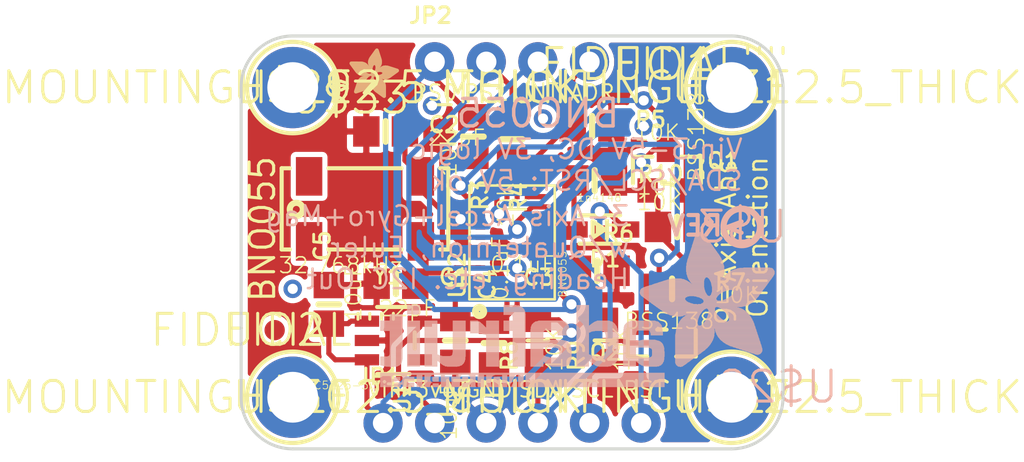
<source format=kicad_pcb>
(kicad_pcb (version 4) (host pcbnew 4.0.7-e1-6374~58~ubuntu17.04.1)
  (layers (0 Top signal) (31 Bottom signal) (34 B.Paste user) (35 F.Paste user) (36 B.SilkS user) (37 F.SilkS user) (38 B.Mask user) (39 F.Mask user) (44 Edge.Cuts user))
  (net 0 "")
  (net 1 PS1_3V)
  (net 2 PS0_3V)
  (net 3 NRESET_3V)
  (net 4 INT_3V)
  (net 5 GND)
  (net 6 I2CADDR_3V)
  (net 7 SDA_3V)
  (net 8 SCL_3V)
  (net 9 N$1)
  (net 10 N$2)
  (net 11 N$3)
  (net 12 5.0V)
  (net 13 SDA_5V)
  (net 14 SCL_5V)
  (net 15 3.3V)
  (net 16 RST_5V)
  (module BNO055 (layer Top) (at 140.335 91.44 90)
    (fp_text reference U$2 (at -2.84 -2.248 90) (layer F.SilkS) (effects (font (size 0.77216 0.77216) (thickness 0.138988)) (justify left bottom)))
    (fp_text value BNO055 (at -2.74 2.71 90) (layer F.SilkS) (effects (font (size 0.38608 0.38608) (thickness 0.038608)) (justify left bottom)))
    (pad 1 smd rect (at -2.25 -1.5625 90) (size 0.25 0.475) (layers Top F.Paste F.Mask))
    (pad 2 smd rect (at -2.3125 -0.75 90) (size 0.375 0.25) (layers Top F.Paste F.Mask) (net 5 GND))
    (pad 3 smd rect (at -2.3125 -0.25 90) (size 0.375 0.25) (layers Top F.Paste F.Mask) (net 15 3.3V))
    (pad 4 smd rect (at -2.3125 0.25 90) (size 0.375 0.25) (layers Top F.Paste F.Mask) (net 15 3.3V))
    (pad 5 smd rect (at -2.3125 0.75 90) (size 0.375 0.25) (layers Top F.Paste F.Mask) (net 1 PS1_3V))
    (pad 6 smd rect (at -2.25 1.5625 90) (size 0.25 0.475) (layers Top F.Paste F.Mask) (net 2 PS0_3V))
    (pad 7 smd rect (at -1.75 1.5625 90) (size 0.25 0.475) (layers Top F.Paste F.Mask))
    (pad 8 smd rect (at -1.25 1.5625 90) (size 0.25 0.475) (layers Top F.Paste F.Mask))
    (pad 9 smd rect (at -0.75 1.5625 90) (size 0.25 0.475) (layers Top F.Paste F.Mask) (net 11 N$3))
    (pad 10 smd rect (at -0.25 1.5625 90) (size 0.25 0.475) (layers Top F.Paste F.Mask) (net 5 GND))
    (pad 11 smd rect (at 0.25 1.5625 90) (size 0.25 0.475) (layers Top F.Paste F.Mask) (net 3 NRESET_3V))
    (pad 12 smd rect (at 0.75 1.5625 90) (size 0.25 0.475) (layers Top F.Paste F.Mask))
    (pad 13 smd rect (at 1.25 1.5625 90) (size 0.25 0.475) (layers Top F.Paste F.Mask))
    (pad 14 smd rect (at 1.75 1.5625 90) (size 0.25 0.475) (layers Top F.Paste F.Mask) (net 4 INT_3V))
    (pad 15 smd rect (at 2.25 1.5625 90) (size 0.25 0.475) (layers Top F.Paste F.Mask) (net 5 GND))
    (pad 16 smd rect (at 2.3125 0.75 90) (size 0.375 0.25) (layers Top F.Paste F.Mask) (net 5 GND))
    (pad 17 smd rect (at 2.3125 0.25 90) (size 0.375 0.25) (layers Top F.Paste F.Mask) (net 6 I2CADDR_3V))
    (pad 18 smd rect (at 2.3125 -0.25 90) (size 0.375 0.25) (layers Top F.Paste F.Mask) (net 5 GND))
    (pad 19 smd rect (at 2.3125 -0.75 90) (size 0.375 0.25) (layers Top F.Paste F.Mask) (net 8 SCL_3V))
    (pad 20 smd rect (at 2.25 -1.5625 90) (size 0.25 0.475) (layers Top F.Paste F.Mask) (net 7 SDA_3V))
    (pad 21 smd rect (at 1.75 -1.5625 90) (size 0.25 0.475) (layers Top F.Paste F.Mask))
    (pad 22 smd rect (at 1.25 -1.5625 90) (size 0.25 0.475) (layers Top F.Paste F.Mask))
    (pad 23 smd rect (at 0.75 -1.5625 90) (size 0.25 0.475) (layers Top F.Paste F.Mask))
    (pad 24 smd rect (at 0.25 -1.5625 90) (size 0.25 0.475) (layers Top F.Paste F.Mask))
    (pad 25 smd rect (at -0.25 -1.5625 90) (size 0.25 0.475) (layers Top F.Paste F.Mask) (net 5 GND))
    (pad 26 smd rect (at -0.75 -1.5625 90) (size 0.25 0.475) (layers Top F.Paste F.Mask) (net 10 N$2))
    (pad 27 smd rect (at -1.25 -1.5625 90) (size 0.25 0.475) (layers Top F.Paste F.Mask) (net 9 N$1))
    (pad 28 smd rect (at -1.75 -1.5625 90) (size 0.25 0.475) (layers Top F.Paste F.Mask) (net 15 3.3V))
  )
  (module 0805-NO (layer Top) (at 138.43 86.233 270)
    (fp_text reference R3 (at 2.032 0.127 450) (layer F.SilkS) (effects (font (size 0.77216 0.77216) (thickness 0.138988)) (justify right top)))
    (fp_text value 10K (at 2.032 0.762 450) (layer F.SilkS) (effects (font (size 0.77216 0.77216) (thickness 0.077216)) (justify left bottom)))
    (pad 1 smd rect (at -0.95 0 270) (size 1.3 1.5) (layers Top F.Paste F.Mask) (net 2 PS0_3V))
    (pad 2 smd rect (at 0.95 0 270) (size 1.3 1.5) (layers Top F.Paste F.Mask) (net 5 GND))
  )
  (module 0805-NO (layer Top) (at 140.335 86.36 270)
    (fp_text reference R4 (at 2.032 0.127 450) (layer F.SilkS) (effects (font (size 0.77216 0.77216) (thickness 0.138988)) (justify right top)))
    (fp_text value 10K (at 2.032 0.762 450) (layer F.SilkS) (effects (font (size 0.77216 0.77216) (thickness 0.077216)) (justify right top)))
    (pad 1 smd rect (at -0.95 0 270) (size 1.3 1.5) (layers Top F.Paste F.Mask) (net 1 PS1_3V))
    (pad 2 smd rect (at 0.95 0 270) (size 1.3 1.5) (layers Top F.Paste F.Mask) (net 5 GND))
  )
  (module 0805-NO (layer Top) (at 144.272 85.725)
    (fp_text reference R5 (at 2.032 0.127) (layer F.SilkS) (effects (font (size 0.77216 0.77216) (thickness 0.138988)) (justify left bottom)))
    (fp_text value 10K (at 2.032 0.762) (layer F.SilkS) (effects (font (size 0.77216 0.77216) (thickness 0.077216)) (justify left bottom)))
    (pad 1 smd rect (at -0.95 0) (size 1.3 1.5) (layers Top F.Paste F.Mask) (net 6 I2CADDR_3V))
    (pad 2 smd rect (at 0.95 0) (size 1.3 1.5) (layers Top F.Paste F.Mask) (net 5 GND))
  )
  (module 0805-NO (layer Top) (at 148.463 90.678 180)
    (fp_text reference R6 (at 2.032 0.127 360) (layer F.SilkS) (effects (font (size 0.77216 0.77216) (thickness 0.138988)) (justify right top)))
    (fp_text value 10K (at 2.032 0.762 360) (layer F.SilkS) (effects (font (size 0.77216 0.77216) (thickness 0.077216)) (justify left bottom)))
    (pad 1 smd rect (at -0.95 0 180) (size 1.3 1.5) (layers Top F.Paste F.Mask) (net 7 SDA_3V))
    (pad 2 smd rect (at 0.95 0 180) (size 1.3 1.5) (layers Top F.Paste F.Mask) (net 15 3.3V))
  )
  (module 0805-NO (layer Top) (at 148.209 93.726)
    (fp_text reference R7 (at 2.032 0.127) (layer F.SilkS) (effects (font (size 0.77216 0.77216) (thickness 0.138988)) (justify left bottom)))
    (fp_text value 10K (at 2.032 0.762) (layer F.SilkS) (effects (font (size 0.77216 0.77216) (thickness 0.077216)) (justify left bottom)))
    (pad 1 smd rect (at -0.95 0) (size 1.3 1.5) (layers Top F.Paste F.Mask) (net 8 SCL_3V))
    (pad 2 smd rect (at 0.95 0) (size 1.3 1.5) (layers Top F.Paste F.Mask) (net 15 3.3V))
  )
  (module CRYSTAL_8X3.8 (layer Top) (at 133.096 89.789 180)
    (fp_text reference Y1 (at -1.9 -2.854 360) (layer F.SilkS) (effects (font (size 0.77216 0.77216) (thickness 0.138988)) (justify right top)))
    (fp_text value 32.768kHz (at -1.9 -2.327 360) (layer F.SilkS) (effects (font (size 0.77216 0.77216) (thickness 0.077216)) (justify right top)))
    (pad P$1 smd rect (at -2.75 1.6 180) (size 1.3 1.9) (layers Top F.Paste F.Mask) (net 10 N$2))
    (pad P$2 smd rect (at 2.75 1.6 180) (size 1.3 1.9) (layers Top F.Paste F.Mask))
    (pad P$3 smd rect (at 2.75 -1.6 180) (size 1.3 1.9) (layers Top F.Paste F.Mask))
    (pad P$4 smd rect (at -2.75 -1.6 180) (size 1.3 1.9) (layers Top F.Paste F.Mask) (net 9 N$1))
  )
  (module 0805-NO (layer Top) (at 134.62 93.472)
    (fp_text reference C1 (at 2.032 0.127) (layer F.SilkS) (effects (font (size 0.77216 0.77216) (thickness 0.138988)) (justify left bottom)))
    (fp_text value 22pF (at 2.032 0.762) (layer F.SilkS) (effects (font (size 0.77216 0.77216) (thickness 0.077216)) (justify right top)))
    (pad 1 smd rect (at -0.95 0) (size 1.3 1.5) (layers Top F.Paste F.Mask) (net 5 GND))
    (pad 2 smd rect (at 0.95 0) (size 1.3 1.5) (layers Top F.Paste F.Mask) (net 9 N$1))
  )
  (module 0805-NO (layer Top) (at 134.112 85.979)
    (fp_text reference C2 (at 2.032 0.127) (layer F.SilkS) (effects (font (size 0.77216 0.77216) (thickness 0.138988)) (justify left bottom)))
    (fp_text value 22pF (at 2.032 0.762) (layer F.SilkS) (effects (font (size 0.77216 0.77216) (thickness 0.077216)) (justify left bottom)))
    (pad 1 smd rect (at -0.95 0) (size 1.3 1.5) (layers Top F.Paste F.Mask) (net 5 GND))
    (pad 2 smd rect (at 0.95 0) (size 1.3 1.5) (layers Top F.Paste F.Mask) (net 10 N$2))
  )
  (module 0805-NO (layer Top) (at 144.526 92.837 180)
    (fp_text reference C3 (at 2.032 0.127 360) (layer F.SilkS) (effects (font (size 0.77216 0.77216) (thickness 0.138988)) (justify right top)))
    (fp_text value 0.1uF (at 2.032 0.762 360) (layer F.SilkS) (effects (font (size 0.77216 0.77216) (thickness 0.077216)) (justify right top)))
    (pad 1 smd rect (at -0.95 0 180) (size 1.3 1.5) (layers Top F.Paste F.Mask) (net 5 GND))
    (pad 2 smd rect (at 0.95 0 180) (size 1.3 1.5) (layers Top F.Paste F.Mask) (net 11 N$3))
  )
  (module 0805_10MGAP (layer Top) (at 139.446 96.393 90)
    (fp_text reference C4 (at 2.032 0.127 90) (layer F.SilkS) (effects (font (size 0.77216 0.77216) (thickness 0.138988)) (justify left bottom)))
    (fp_text value 0.1uF (at 2.032 0.762 90) (layer F.SilkS) (effects (font (size 0.77216 0.77216) (thickness 0.077216)) (justify left bottom)))
    (pad 1 smd rect (at -1.05 0 90) (size 1.2 1.5) (layers Top F.Paste F.Mask) (net 5 GND))
    (pad 2 smd rect (at 1.05 0 90) (size 1.2 1.5) (layers Top F.Paste F.Mask) (net 15 3.3V))
  )
  (module FIDUCIAL_1MM (layer Top) (at 147.828 82.677)
    (fp_text reference FID1 (at 0 0) (layer F.SilkS))
    (fp_text value FIDUCIAL"" (at 0 0) (layer F.SilkS))
    (pad 1 smd circle (at 0 0) (size 1 1) (layers Top F.Paste F.Mask))
  )
  (module FIDUCIAL_1MM (layer Top) (at 128.651 95.758)
    (fp_text reference FID2 (at 0 0) (layer F.SilkS))
    (fp_text value FIDUCIAL"" (at 0 0) (layer F.SilkS))
    (pad 1 smd circle (at 0 0) (size 1 1) (layers Top F.Paste F.Mask))
  )
  (module SOT23-WIDE (layer Top) (at 147.955 87.884)
    (fp_text reference Q1 (at 1.905 0) (layer F.SilkS) (effects (font (size 0.77216 0.77216) (thickness 0.138988)) (justify left bottom)))
    (fp_text value BSS138 (at 1.905 0.635 90) (layer F.SilkS) (effects (font (size 0.77216 0.77216) (thickness 0.077216)) (justify left bottom)))
    (pad 3 smd rect (at 0 -1) (size 1 1.2) (layers Top F.Paste F.Mask) (net 13 SDA_5V))
    (pad 2 smd rect (at 0.95 1) (size 1 1.2) (layers Top F.Paste F.Mask) (net 7 SDA_3V))
    (pad 1 smd rect (at -0.95 1) (size 1 1.2) (layers Top F.Paste F.Mask) (net 15 3.3V))
  )
  (module SOT23-WIDE (layer Top) (at 147.701 96.393 180)
    (fp_text reference Q2 (at 1.905 0 360) (layer F.SilkS) (effects (font (size 0.77216 0.77216) (thickness 0.138988)) (justify right top)))
    (fp_text value BSS138 (at 1.905 0.635 360) (layer F.SilkS) (effects (font (size 0.77216 0.77216) (thickness 0.077216)) (justify left bottom)))
    (pad 3 smd rect (at 0 -1 180) (size 1 1.2) (layers Top F.Paste F.Mask) (net 14 SCL_5V))
    (pad 2 smd rect (at 0.95 1 180) (size 1 1.2) (layers Top F.Paste F.Mask) (net 8 SCL_3V))
    (pad 1 smd rect (at -0.95 1 180) (size 1 1.2) (layers Top F.Paste F.Mask) (net 15 3.3V))
  )
  (module _0805MP (layer Top) (at 141.605 96.266 90)
    (fp_text reference R8 (at -1.5875 -0.9525 90) (layer F.SilkS) (effects (font (size 0.77216 0.77216) (thickness 0.138988)) (justify left bottom)))
    (fp_text value 10K (at -1.5875 1.27 90) (layer F.SilkS) (effects (font (size 0.77216 0.77216) (thickness 0.077216)) (justify left bottom)))
    (pad 1 smd rect (at -1.016 0 90) (size 1.2 1.3) (layers Top F.Paste F.Mask) (net 13 SDA_5V))
    (pad 2 smd rect (at 1.016 0 90) (size 1.2 1.3) (layers Top F.Paste F.Mask) (net 12 5.0V))
  )
  (module _0805MP (layer Top) (at 144.907 96.266 90)
    (fp_text reference R9 (at -1.5875 -0.9525 90) (layer F.SilkS) (effects (font (size 0.77216 0.77216) (thickness 0.138988)) (justify left bottom)))
    (fp_text value 10K (at -1.5875 1.27 90) (layer F.SilkS) (effects (font (size 0.77216 0.77216) (thickness 0.077216)) (justify left bottom)))
    (pad 1 smd rect (at -1.016 0 90) (size 1.2 1.3) (layers Top F.Paste F.Mask) (net 14 SCL_5V))
    (pad 2 smd rect (at 1.016 0 90) (size 1.2 1.3) (layers Top F.Paste F.Mask) (net 12 5.0V))
  )
  (module SOT23-5 (layer Top) (at 134.493 96.266 270)
    (fp_text reference U1 (at 1.978 0 450) (layer F.SilkS) (effects (font (size 0.77216 0.77216) (thickness 0.138988)) (justify right top)))
    (fp_text value MIC5225-3.3 (at 1.978 0.635 360) (layer F.SilkS) (effects (font (size 0.38608 0.38608) (thickness 0.038608)) (justify right top)))
    (pad 1 smd rect (at -0.95 1.3001 270) (size 0.55 1.2) (layers Top F.Paste F.Mask) (net 12 5.0V))
    (pad 2 smd rect (at 0 1.3001 270) (size 0.55 1.2) (layers Top F.Paste F.Mask) (net 5 GND))
    (pad 3 smd rect (at 0.95 1.3001 270) (size 0.55 1.2) (layers Top F.Paste F.Mask) (net 12 5.0V))
    (pad 4 smd rect (at 0.95 -1.3001 270) (size 0.55 1.2) (layers Top F.Paste F.Mask))
    (pad 5 smd rect (at -0.95 -1.3001 270) (size 0.55 1.2) (layers Top F.Paste F.Mask) (net 15 3.3V))
  )
  (module 0805-NO (layer Top) (at 131.318 94.488 90)
    (fp_text reference C5 (at 2.032 0.127 90) (layer F.SilkS) (effects (font (size 0.77216 0.77216) (thickness 0.138988)) (justify left bottom)))
    (fp_text value 10uF (at 2.032 0.762 90) (layer F.SilkS) (effects (font (size 0.77216 0.77216) (thickness 0.077216)) (justify right top)))
    (pad 1 smd rect (at -0.95 0 90) (size 1.3 1.5) (layers Top F.Paste F.Mask) (net 12 5.0V))
    (pad 2 smd rect (at 0.95 0 90) (size 1.3 1.5) (layers Top F.Paste F.Mask) (net 5 GND))
  )
  (module 0805_10MGAP (layer Top) (at 137.541 96.266 270)
    (fp_text reference C6 (at 2.032 0.127 450) (layer F.SilkS) (effects (font (size 0.77216 0.77216) (thickness 0.138988)) (justify right top)))
    (fp_text value 10uF (at 2.032 0.762 450) (layer F.SilkS) (effects (font (size 0.77216 0.77216) (thickness 0.077216)) (justify right top)))
    (pad 1 smd rect (at -1.05 0 270) (size 1.2 1.5) (layers Top F.Paste F.Mask) (net 15 3.3V))
    (pad 2 smd rect (at 1.05 0 270) (size 1.2 1.5) (layers Top F.Paste F.Mask) (net 5 GND))
  )
  (module 0805-NO (layer Top) (at 144.399 88.392)
    (fp_text reference R10 (at 2.032 0.127) (layer F.SilkS) (effects (font (size 0.77216 0.77216) (thickness 0.138988)) (justify left bottom)))
    (fp_text value 10K (at 2.032 0.762) (layer F.SilkS) (effects (font (size 0.77216 0.77216) (thickness 0.077216)) (justify left bottom)))
    (pad 1 smd rect (at -0.95 0) (size 1.3 1.5) (layers Top F.Paste F.Mask) (net 3 NRESET_3V))
    (pad 2 smd rect (at 0.95 0) (size 1.3 1.5) (layers Top F.Paste F.Mask) (net 15 3.3V))
  )
  (module MOUNTINGHOLE_2.5_PLATED_THICK (layer Top) (at 129.54 83.82)
    (fp_text reference U$29 (at 0 0) (layer F.SilkS))
    (fp_text value MOUNTINGHOLE2.5_THICK (at 0 0) (layer F.SilkS))
    (pad P$1 thru_hole circle (at 0 0) (size 4 4) (drill 2.5) (layers *.Cu *.Mask))
  )
  (module MOUNTINGHOLE_2.5_PLATED_THICK (layer Top) (at 129.54 99.06)
    (fp_text reference U$30 (at 0 0) (layer F.SilkS))
    (fp_text value MOUNTINGHOLE2.5_THICK (at 0 0) (layer F.SilkS))
    (pad P$1 thru_hole circle (at 0 0) (size 4 4) (drill 2.5) (layers *.Cu *.Mask))
  )
  (module 1X06_ROUND_76 (layer Top) (at 140.335 100.33)
    (fp_text reference JP1 (at -7.6962 -1.8288) (layer F.SilkS) (effects (font (size 0.77216 0.77216) (thickness 0.146304)) (justify left bottom)))
    (fp_text value "" (at -7.62 1.905) (layer F.SilkS) (effects (font (size 0.38608 0.38608) (thickness 0.038608)) (justify left bottom)))
    (pad 1 thru_hole circle (at -6.35 0 90) (size 1.9304 1.9304) (drill 1) (layers *.Cu *.Mask) (net 12 5.0V))
    (pad 2 thru_hole circle (at -3.81 0 90) (size 1.9304 1.9304) (drill 1) (layers *.Cu *.Mask) (net 15 3.3V))
    (pad 3 thru_hole circle (at -1.27 0 90) (size 1.9304 1.9304) (drill 1) (layers *.Cu *.Mask) (net 5 GND))
    (pad 4 thru_hole circle (at 1.27 0 90) (size 1.9304 1.9304) (drill 1) (layers *.Cu *.Mask) (net 13 SDA_5V))
    (pad 5 thru_hole circle (at 3.81 0 90) (size 1.9304 1.9304) (drill 1) (layers *.Cu *.Mask) (net 14 SCL_5V))
    (pad 6 thru_hole circle (at 6.35 0 90) (size 1.9304 1.9304) (drill 1) (layers *.Cu *.Mask) (net 16 RST_5V))
  )
  (module 1X04_ROUND_76 (layer Top) (at 140.335 82.55)
    (fp_text reference JP2 (at -5.1562 -1.8288) (layer F.SilkS) (effects (font (size 0.77216 0.77216) (thickness 0.146304)) (justify left bottom)))
    (fp_text value "" (at -5.08 3.175) (layer F.SilkS) (effects (font (size 0.38608 0.38608) (thickness 0.038608)) (justify left bottom)))
    (pad 1 thru_hole circle (at -3.81 0 90) (size 1.9304 1.9304) (drill 1) (layers *.Cu *.Mask) (net 2 PS0_3V))
    (pad 2 thru_hole circle (at -1.27 0 90) (size 1.9304 1.9304) (drill 1) (layers *.Cu *.Mask) (net 1 PS1_3V))
    (pad 3 thru_hole circle (at 1.27 0 90) (size 1.9304 1.9304) (drill 1) (layers *.Cu *.Mask) (net 4 INT_3V))
    (pad 4 thru_hole circle (at 3.81 0 90) (size 1.9304 1.9304) (drill 1) (layers *.Cu *.Mask) (net 6 I2CADDR_3V))
  )
  (module MOUNTINGHOLE_2.5_PLATED_THICK (layer Top) (at 151.13 83.82)
    (fp_text reference U$31 (at 0 0) (layer F.SilkS))
    (fp_text value MOUNTINGHOLE2.5_THICK (at 0 0) (layer F.SilkS))
    (pad P$1 thru_hole circle (at 0 0) (size 4 4) (drill 2.5) (layers *.Cu *.Mask))
  )
  (module MOUNTINGHOLE_2.5_PLATED_THICK (layer Top) (at 151.13 99.06)
    (fp_text reference U$32 (at 0 0) (layer F.SilkS))
    (fp_text value MOUNTINGHOLE2.5_THICK (at 0 0) (layer F.SilkS))
    (pad P$1 thru_hole circle (at 0 0) (size 4 4) (drill 2.5) (layers *.Cu *.Mask))
  )
  (module SOD-323 (layer Top) (at 144.653 90.805 180)
    (fp_text reference D1 (at -1.1 -1 360) (layer F.SilkS) (effects (font (size 0.77216 0.77216) (thickness 0.138988)) (justify right top)))
    (fp_text value 1n4148 (at -1.1 1.792 360) (layer F.SilkS) (effects (font (size 0.38608 0.38608) (thickness 0.038608)) (justify right top)))
    (pad C smd rect (at -1.27 0 180) (size 1.35 0.8) (layers Top F.Paste F.Mask) (net 16 RST_5V))
    (pad A smd rect (at 1.27 0 180) (size 1.35 0.8) (layers Top F.Paste F.Mask) (net 3 NRESET_3V))
  )
  (module PCBFEAT-REV-040 (layer Bottom) (at 151.638 90.678 180)
    (fp_text reference U$3 (at 0 0 180) (layer B.SilkS) (effects (justify mirror)))
    (fp_text value "" (at 0 0 180) (layer B.SilkS) (effects (justify mirror)))
    (fp_text user >REV (at -0.3556 -0.508 180) (layer B.SilkS) (effects (font (size 0.9652 0.9652) (thickness 0.2032)) (justify left bottom mirror)))
  )
  (module ADAFRUIT_TEXT_20MM (layer Bottom) (at 153.416 98.552 180)
    (fp_text reference U$28 (at 0 0 180) (layer B.SilkS) (effects (justify mirror)))
    (fp_text value "" (at 0 0 180) (layer B.SilkS) (effects (justify mirror)))
  )
  (module ADAFRUIT_2.5MM (layer Top) (at 132.334 84.328)
    (fp_text reference U$33 (at 0 0) (layer F.SilkS))
    (fp_text value "" (at 0 0) (layer F.SilkS))
  )
  (gr_line (start 129.54 81.28) (end 151.13 81.28) (layer Edge.Cuts) (width 0.15))
  (gr_arc (start 151.13 83.82) (end 151.13 81.28) (angle 90) (layer Edge.Cuts) (width 0.15))
  (gr_line (start 153.67 83.82) (end 153.67 99.06) (layer Edge.Cuts) (width 0.15))
  (gr_arc (start 151.13 99.06) (end 153.67 99.06) (angle 90) (layer Edge.Cuts) (width 0.15))
  (gr_line (start 151.13 101.6) (end 129.54 101.6) (layer Edge.Cuts) (width 0.15))
  (gr_arc (start 129.54 99.06) (end 129.54 101.6) (angle 90) (layer Edge.Cuts) (width 0.15))
  (gr_line (start 127 99.06) (end 127 83.82) (layer Edge.Cuts) (width 0.15))
  (gr_arc (start 129.54 83.82) (end 127 83.82) (angle 90) (layer Edge.Cuts) (width 0.15))
  (gr_text BNO055 (at 128.05 90.783 90) (layer F.SilkS) (effects (font (size 1.2065 1.2065) (thickness 0.1524))))
  (gr_text Vin (at 134.074 98.679) (layer F.SilkS) (effects (font (size 0.77216 0.77216) (thickness 0.097536))))
  (gr_text GND (at 139.187 98.679) (layer F.SilkS) (effects (font (size 0.77216 0.77216) (thickness 0.097536))))
  (gr_text SDA (at 141.727 98.679) (layer F.SilkS) (effects (font (size 0.77216 0.77216) (thickness 0.097536))))
  (gr_text SCL (at 144.267 98.679) (layer F.SilkS) (effects (font (size 0.77216 0.77216) (thickness 0.097536))))
  (gr_text INT (at 141.758 84.026) (layer F.SilkS) (effects (font (size 0.77216 0.77216) (thickness 0.097536))))
  (gr_text RST (at 146.847 98.679) (layer F.SilkS) (effects (font (size 0.77216 0.77216) (thickness 0.097536))))
  (gr_text PS0 (at 136.52 84.074) (layer F.SilkS) (effects (font (size 0.77216 0.77216) (thickness 0.097536))))
  (gr_text PS1 (at 139.06 84.074) (layer F.SilkS) (effects (font (size 0.77216 0.77216) (thickness 0.097536))))
  (gr_text 3vo (at 136.547 98.679) (layer F.SilkS) (effects (font (size 0.77216 0.77216) (thickness 0.097536))))
  (gr_text ADR (at 144.281 84.074) (layer F.SilkS) (effects (font (size 0.77216 0.77216) (thickness 0.097536))))
  (gr_text "9-Axis Abs.\nOrientation" (at 151.638 91.186 90) (layer F.SilkS) (effects (font (size 0.9652 0.9652) (thickness 0.12192))))
  (gr_text BNO055 (at 141.605 85.09) (layer B.SilkS) (effects (font (size 1.35128 1.35128) (thickness 0.170688)) (justify mirror)))
  (gr_text "Vin:3-5V DC, 3V logic\nSDA/SCL/RST: 5V ok" (at 151.765 87.63) (layer B.SilkS) (effects (font (size 0.9652 0.9652) (thickness 0.12192)) (justify left mirror)))
  (gr_text "3-Axis Accel+Gyro+Mag\nw/Quaternion, Euler\nHeading, etc. I2C Out" (at 146.177 91.694) (layer B.SilkS) (effects (font (size 0.9652 0.9652) (thickness 0.12192)) (justify left mirror)))
  (via (at 129.54 93.726) (size 0.9064) (drill 0.5) (layers Top Bottom) (net 0))
  (via (at 136.398 84.709) (size 0.9064) (drill 0.5) (layers Top Bottom) (net 0))
  (via (at 146.812 85.725) (size 0.9064) (drill 0.5) (layers Top Bottom) (net 0))
  (via (at 141.859 85.344) (size 0.9064) (drill 0.5) (layers Top Bottom) (net 0))
  (segment (start 142.367 87.503) (end 142.748 87.122) (width 0.254) (layer Top) (net 0))
  (segment (start 139.065 82.55) (end 140.335 83.82) (width 0.254) (layer Top) (net 1))
  (segment (start 140.335 83.82) (end 140.335 85.41) (width 0.254) (layer Top) (net 1))
  (segment (start 141.085 93.7525) (end 141.085 93.079) (width 0.254) (layer Top) (net 1))
  (segment (start 141.085 93.079) (end 140.716 92.71) (width 0.254) (layer Top) (net 1))
  (segment (start 140.716 92.71) (end 140.589 92.71) (width 0.254) (layer Top) (net 1))
  (via (at 140.589 92.71) (size 0.9064) (drill 0.5) (layers Top Bottom) (net 1))
  (segment (start 140.589 92.71) (end 136.144 92.71) (width 0.254) (layer Bottom) (net 1))
  (segment (start 136.144 92.71) (end 135.255 91.821) (width 0.254) (layer Bottom) (net 1))
  (segment (start 135.255 91.821) (end 135.255 87.249) (width 0.254) (layer Bottom) (net 1))
  (segment (start 135.255 87.249) (end 139.065 83.439) (width 0.254) (layer Bottom) (net 1))
  (segment (start 139.065 83.439) (end 139.065 82.55) (width 0.254) (layer Bottom) (net 1))
  (segment (start 136.525 82.55) (end 136.525 83.378) (width 0.254) (layer Top) (net 2))
  (segment (start 136.525 83.378) (end 138.43 85.283) (width 0.254) (layer Top) (net 2))
  (segment (start 141.8975 93.69) (end 142.458 93.69) (width 0.254) (layer Top) (net 2))
  (via (at 143.256 94.488) (size 0.9064) (drill 0.5) (layers Top Bottom) (net 2))
  (segment (start 136.525 82.55) (end 136.525 82.677) (width 0.254) (layer Bottom) (net 2))
  (segment (start 136.525 82.677) (end 134.112 85.09) (width 0.254) (layer Bottom) (net 2))
  (segment (start 134.112 85.09) (end 134.112 92.329) (width 0.254) (layer Bottom) (net 2))
  (segment (start 134.112 92.329) (end 136.525 94.742) (width 0.254) (layer Bottom) (net 2))
  (segment (start 136.525 94.742) (end 143.002 94.742) (width 0.254) (layer Bottom) (net 2))
  (segment (start 143.002 94.742) (end 143.256 94.488) (width 0.254) (layer Bottom) (net 2))
  (segment (start 142.458 93.69) (end 143.256 94.488) (width 0.254) (layer Top) (net 2))
  (segment (start 141.8975 91.19) (end 143.252 91.19) (width 0.254) (layer Top) (net 3))
  (segment (start 143.252 91.19) (end 143.383 91.059) (width 0.254) (layer Top) (net 3))
  (segment (start 143.383 91.059) (end 143.383 90.805) (width 0.254) (layer Top) (net 3))
  (segment (start 143.449 88.392) (end 143.383 88.326) (width 0.254) (layer Top) (net 3))
  (segment (start 143.383 88.326) (end 143.383 90.805) (width 0.254) (layer Top) (net 3))
  (segment (start 141.8975 89.69) (end 141.323 89.69) (width 0.254) (layer Top) (net 4))
  (segment (start 141.323 89.69) (end 140.589 90.424) (width 0.254) (layer Top) (net 4))
  (segment (start 140.589 90.424) (end 140.589 90.805) (width 0.254) (layer Top) (net 4))
  (via (at 140.589 90.805) (size 0.9064) (drill 0.5) (layers Top Bottom) (net 4))
  (segment (start 136.525 91.186) (end 140.208 91.186) (width 0.254) (layer Bottom) (net 4))
  (segment (start 140.208 91.186) (end 140.589 90.805) (width 0.254) (layer Bottom) (net 4))
  (segment (start 136.271 87.63) (end 141.351 82.55) (width 0.254) (layer Bottom) (net 4))
  (segment (start 141.351 82.55) (end 141.605 82.55) (width 0.254) (layer Bottom) (net 4))
  (segment (start 136.525 91.186) (end 136.271 90.932) (width 0.254) (layer Bottom) (net 4))
  (segment (start 136.271 90.932) (end 136.271 87.63) (width 0.254) (layer Bottom) (net 4))
  (segment (start 139.585 93.7525) (end 139.585 92.087) (width 0.254) (layer Top) (net 5))
  (segment (start 139.585 92.087) (end 139.2555 91.7575) (width 0.254) (layer Top) (net 5))
  (segment (start 139.2555 91.7575) (end 139.188 91.69) (width 0.254) (layer Top) (net 5))
  (segment (start 139.188 91.69) (end 138.7725 91.69) (width 0.254) (layer Top) (net 5))
  (segment (start 140.085 89.1275) (end 140.085 87.56) (width 0.254) (layer Top) (net 5))
  (segment (start 140.085 87.56) (end 140.335 87.31) (width 0.254) (layer Top) (net 5))
  (segment (start 141.085 89.1275) (end 141.1475 89.19) (width 0.254) (layer Top) (net 5))
  (segment (start 141.1475 89.19) (end 141.8975 89.19) (width 0.254) (layer Top) (net 5))
  (segment (start 138.7725 91.69) (end 138.299 91.69) (width 0.254) (layer Top) (net 5))
  (segment (start 138.299 91.69) (end 138.049 91.44) (width 0.254) (layer Top) (net 5))
  (segment (start 138.049 91.44) (end 138.049 90.424) (width 0.254) (layer Top) (net 5))
  (via (at 137.795 90.297) (size 0.9064) (drill 0.5) (layers Top Bottom) (net 5))
  (segment (start 137.922 90.043) (end 137.795 89.916) (width 0.254) (layer Bottom) (net 5))
  (segment (start 141.8975 91.69) (end 145.538 91.69) (width 0.254) (layer Top) (net 5))
  (segment (start 145.538 91.69) (end 145.542 91.694) (width 0.254) (layer Top) (net 5))
  (segment (start 145.542 91.694) (end 145.542 92.771) (width 0.254) (layer Top) (net 5))
  (segment (start 145.542 92.771) (end 145.476 92.837) (width 0.254) (layer Top) (net 5))
  (segment (start 141.8975 91.69) (end 139.323 91.69) (width 0.254) (layer Top) (net 5))
  (segment (start 139.323 91.69) (end 139.2555 91.7575) (width 0.254) (layer Top) (net 5))
  (segment (start 144.907 85.725) (end 145.222 85.725) (width 0.254) (layer Top) (net 5))
  (segment (start 141.224 88.392) (end 140.716 88.392) (width 0.254) (layer Top) (net 6))
  (segment (start 140.716 88.392) (end 140.585 88.523) (width 0.254) (layer Top) (net 6))
  (segment (start 140.585 88.523) (end 140.585 89.1275) (width 0.254) (layer Top) (net 6))
  (segment (start 141.224 88.392) (end 141.605 88.011) (width 0.254) (layer Top) (net 6))
  (segment (start 141.605 88.011) (end 141.605 87.188) (width 0.254) (layer Top) (net 6))
  (segment (start 143.322 85.725) (end 143.322 83.373) (width 0.254) (layer Top) (net 6))
  (segment (start 143.322 83.373) (end 144.145 82.55) (width 0.254) (layer Top) (net 6))
  (segment (start 141.605 87.188) (end 143.068 85.725) (width 0.254) (layer Top) (net 6))
  (segment (start 143.068 85.725) (end 143.322 85.725) (width 0.254) (layer Top) (net 6))
  (segment (start 138.7725 89.19) (end 138.085 89.19) (width 0.254) (layer Top) (net 7))
  (segment (start 138.085 89.19) (end 137.795 88.9) (width 0.254) (layer Top) (net 7))
  (segment (start 137.795 88.9) (end 137.795 88.646) (width 0.254) (layer Top) (net 7))
  (via (at 137.795 88.646) (size 0.9064) (drill 0.5) (layers Top Bottom) (net 7))
  (via (at 146.812 84.455) (size 0.9064) (drill 0.5) (layers Top Bottom) (net 7))
  (segment (start 139.7 86.741) (end 137.795 88.646) (width 0.254) (layer Bottom) (net 7))
  (segment (start 139.7 86.741) (end 142.748 86.741) (width 0.254) (layer Bottom) (net 7))
  (segment (start 142.748 86.741) (end 145.034 84.455) (width 0.254) (layer Bottom) (net 7))
  (segment (start 145.034 84.455) (end 146.812 84.455) (width 0.254) (layer Bottom) (net 7))
  (segment (start 149.413 90.678) (end 148.905 90.17) (width 0.254) (layer Top) (net 7))
  (segment (start 148.905 90.17) (end 148.905 88.884) (width 0.254) (layer Top) (net 7))
  (segment (start 148.905 88.884) (end 148.905 85.913) (width 0.254) (layer Top) (net 7))
  (segment (start 148.905 85.913) (end 148.336 85.344) (width 0.254) (layer Top) (net 7))
  (segment (start 148.336 85.344) (end 147.701 85.344) (width 0.254) (layer Top) (net 7))
  (segment (start 147.701 85.344) (end 146.812 84.455) (width 0.254) (layer Top) (net 7))
  (segment (start 139.585 89.1275) (end 139.585 89.928) (width 0.254) (layer Top) (net 8))
  (segment (start 139.585 89.928) (end 139.7 90.043) (width 0.254) (layer Top) (net 8))
  (via (at 139.7 90.043) (size 0.9064) (drill 0.5) (layers Top Bottom) (net 8))
  (segment (start 139.7 90.043) (end 139.7 89.789) (width 0.254) (layer Bottom) (net 8))
  (segment (start 139.7 89.789) (end 139.954 89.535) (width 0.254) (layer Bottom) (net 8))
  (segment (start 139.954 89.535) (end 141.732 89.535) (width 0.254) (layer Bottom) (net 8))
  (segment (start 141.732 89.535) (end 144.653 86.614) (width 0.254) (layer Bottom) (net 8))
  (segment (start 144.653 86.614) (end 148.336 86.614) (width 0.254) (layer Bottom) (net 8))
  (segment (start 148.336 86.614) (end 148.463 86.741) (width 0.254) (layer Bottom) (net 8))
  (segment (start 148.463 86.741) (end 148.463 91.821) (width 0.254) (layer Bottom) (net 8))
  (segment (start 148.463 91.821) (end 148.082 92.202) (width 0.254) (layer Bottom) (net 8))
  (segment (start 148.082 92.202) (end 147.574 92.202) (width 0.254) (layer Bottom) (net 8))
  (via (at 147.574 92.202) (size 0.9064) (drill 0.5) (layers Top Bottom) (net 8))
  (segment (start 147.574 92.202) (end 147.574 93.66) (width 0.254) (layer Top) (net 8))
  (segment (start 147.574 93.66) (end 147.508 93.726) (width 0.254) (layer Top) (net 8))
  (segment (start 147.508 93.726) (end 147.259 93.726) (width 0.254) (layer Top) (net 8))
  (segment (start 147.259 93.726) (end 146.751 94.234) (width 0.254) (layer Top) (net 8))
  (segment (start 146.751 94.234) (end 146.751 95.393) (width 0.254) (layer Top) (net 8))
  (segment (start 138.7725 92.69) (end 137.528 92.69) (width 0.254) (layer Top) (net 9))
  (segment (start 136.1 92.942) (end 135.57 93.472) (width 0.254) (layer Top) (net 9))
  (segment (start 137.528 92.69) (end 137.276 92.942) (width 0.254) (layer Top) (net 9))
  (segment (start 137.276 92.942) (end 136.1 92.942) (width 0.254) (layer Top) (net 9))
  (segment (start 135.846 91.389) (end 136.1 91.643) (width 0.254) (layer Top) (net 9))
  (segment (start 136.1 91.643) (end 136.1 92.942) (width 0.254) (layer Top) (net 9))
  (segment (start 138.7725 92.19) (end 137.783 92.19) (width 0.254) (layer Top) (net 10))
  (segment (start 137.783 92.19) (end 136.906 91.313) (width 0.254) (layer Top) (net 10))
  (segment (start 136.906 91.313) (end 136.906 89.916) (width 0.254) (layer Top) (net 10))
  (segment (start 136.906 89.916) (end 135.846 88.856) (width 0.254) (layer Top) (net 10))
  (segment (start 135.062 87.405) (end 135.062 85.979) (width 0.254) (layer Top) (net 10))
  (segment (start 135.062 87.405) (end 135.846 88.189) (width 0.254) (layer Top) (net 10))
  (segment (start 135.846 88.856) (end 135.846 88.189) (width 0.254) (layer Top) (net 10))
  (segment (start 141.8975 92.19) (end 142.929 92.19) (width 0.254) (layer Top) (net 11))
  (segment (start 142.929 92.19) (end 143.576 92.837) (width 0.254) (layer Top) (net 11))
  (segment (start 133.985 100.33) (end 133.1929 99.5379) (width 0.254) (layer Top) (net 12))
  (segment (start 133.1929 99.5379) (end 133.1929 97.216) (width 0.254) (layer Top) (net 12))
  (segment (start 133.1929 95.316) (end 132.395 95.316) (width 0.254) (layer Top) (net 12))
  (via (at 143.256 95.885) (size 0.9064) (drill 0.5) (layers Top Bottom) (net 12))
  (segment (start 143.256 95.885) (end 140.97 98.171) (width 0.254) (layer Bottom) (net 12))
  (segment (start 140.97 98.171) (end 135.128 98.171) (width 0.254) (layer Bottom) (net 12))
  (segment (start 135.128 98.171) (end 133.985 99.314) (width 0.254) (layer Bottom) (net 12))
  (segment (start 133.985 99.314) (end 133.985 100.33) (width 0.254) (layer Bottom) (net 12))
  (segment (start 133.1929 97.216) (end 131.633 97.216) (width 0.254) (layer Top) (net 12))
  (segment (start 131.633 97.216) (end 131.318 96.901) (width 0.254) (layer Top) (net 12))
  (segment (start 131.318 96.901) (end 131.318 95.438) (width 0.254) (layer Top) (net 12))
  (segment (start 141.605 95.25) (end 142.621 95.25) (width 0.254) (layer Top) (net 12))
  (segment (start 142.621 95.25) (end 143.256 95.885) (width 0.254) (layer Top) (net 12))
  (segment (start 144.907 95.25) (end 143.891 95.25) (width 0.254) (layer Top) (net 12))
  (segment (start 143.891 95.25) (end 143.256 95.885) (width 0.254) (layer Top) (net 12))
  (segment (start 132.395 95.316) (end 132.273 95.438) (width 0.254) (layer Top) (net 12))
  (segment (start 132.273 95.438) (end 131.318 95.438) (width 0.254) (layer Top) (net 12))
  (segment (start 141.605 97.282) (end 141.605 100.33) (width 0.254) (layer Top) (net 13))
  (segment (start 141.605 100.33) (end 145.161 96.774) (width 0.254) (layer Bottom) (net 13))
  (segment (start 145.161 96.774) (end 145.161 93.599) (width 0.254) (layer Bottom) (net 13))
  (segment (start 145.161 93.599) (end 143.383 91.821) (width 0.254) (layer Bottom) (net 13))
  (via (at 146.685 87.503) (size 0.9064) (drill 0.5) (layers Top Bottom) (net 13))
  (segment (start 146.685 87.503) (end 147.304 86.884) (width 0.254) (layer Top) (net 13))
  (segment (start 147.304 86.884) (end 147.955 86.884) (width 0.254) (layer Top) (net 13))
  (segment (start 145.669 88.519) (end 146.685 87.503) (width 0.254) (layer Bottom) (net 13))
  (segment (start 143.383 91.821) (end 143.383 89.789) (width 0.254) (layer Bottom) (net 13))
  (segment (start 143.383 89.789) (end 144.653 88.519) (width 0.254) (layer Bottom) (net 13))
  (segment (start 144.653 88.519) (end 145.669 88.519) (width 0.254) (layer Bottom) (net 13))
  (segment (start 144.145 100.33) (end 144.145 97.978) (width 0.254) (layer Top) (net 14))
  (segment (start 144.145 97.978) (end 144.841 97.282) (width 0.254) (layer Top) (net 14))
  (segment (start 144.841 97.282) (end 144.907 97.282) (width 0.254) (layer Top) (net 14))
  (segment (start 144.907 97.282) (end 145.018 97.393) (width 0.254) (layer Top) (net 14))
  (segment (start 145.018 97.393) (end 147.701 97.393) (width 0.254) (layer Top) (net 14))
  (segment (start 140.085 93.7525) (end 140.085 95.054) (width 0.254) (layer Top) (net 15))
  (segment (start 140.585 93.7525) (end 140.585 94.554) (width 0.254) (layer Top) (net 15))
  (segment (start 138.7725 93.19) (end 137.95 93.19) (width 0.254) (layer Top) (net 15))
  (segment (start 137.95 93.19) (end 137.541 93.599) (width 0.254) (layer Top) (net 15))
  (segment (start 137.541 93.599) (end 137.541 95.216) (width 0.254) (layer Top) (net 15))
  (segment (start 149.032 93.853) (end 149.159 93.726) (width 0.254) (layer Top) (net 15))
  (segment (start 136.525 100.33) (end 136.525 99.822) (width 0.254) (layer Top) (net 15))
  (segment (start 136.525 99.822) (end 134.747 98.044) (width 0.254) (layer Top) (net 15))
  (segment (start 134.747 98.044) (end 134.747 96.647) (width 0.254) (layer Top) (net 15))
  (segment (start 134.747 96.647) (end 135.128 96.266) (width 0.254) (layer Top) (net 15))
  (segment (start 135.128 96.266) (end 135.7931 95.6009) (width 0.254) (layer Top) (net 15))
  (segment (start 135.7931 95.6009) (end 135.7931 95.316) (width 0.254) (layer Top) (net 15))
  (segment (start 135.128 96.266) (end 142.367 96.266) (width 0.254) (layer Top) (net 15))
  (segment (start 142.367 96.266) (end 142.875 96.774) (width 0.254) (layer Top) (net 15))
  (segment (start 142.875 96.774) (end 143.637 96.774) (width 0.254) (layer Top) (net 15))
  (segment (start 143.637 96.774) (end 144.145 96.266) (width 0.254) (layer Top) (net 15))
  (segment (start 144.145 96.266) (end 145.796 96.266) (width 0.254) (layer Top) (net 15))
  (segment (start 145.349 88.392) (end 145.841 88.884) (width 0.254) (layer Top) (net 15))
  (segment (start 145.841 88.884) (end 147.005 88.884) (width 0.254) (layer Top) (net 15))
  (segment (start 147.005 88.884) (end 147.513 89.392) (width 0.254) (layer Top) (net 15))
  (segment (start 147.513 89.392) (end 147.513 90.678) (width 0.254) (layer Top) (net 15))
  (segment (start 135.7931 95.316) (end 137.441 95.316) (width 0.254) (layer Top) (net 15))
  (segment (start 137.441 95.316) (end 137.541 95.216) (width 0.254) (layer Top) (net 15))
  (segment (start 137.541 95.216) (end 139.319 95.216) (width 0.254) (layer Top) (net 15))
  (segment (start 139.319 95.216) (end 139.446 95.343) (width 0.254) (layer Top) (net 15))
  (segment (start 140.085 95.054) (end 140.585 94.554) (width 0.254) (layer Top) (net 15))
  (segment (start 140.085 95.054) (end 139.796 95.343) (width 0.254) (layer Top) (net 15))
  (segment (start 139.796 95.343) (end 139.446 95.343) (width 0.254) (layer Top) (net 15))
  (segment (start 149.159 93.726) (end 148.651 94.234) (width 0.254) (layer Top) (net 15))
  (segment (start 148.651 94.234) (end 148.651 95.393) (width 0.254) (layer Top) (net 15))
  (segment (start 147.513 90.678) (end 147.513 90.998) (width 0.254) (layer Top) (net 15))
  (segment (start 147.513 90.998) (end 149.159 92.644) (width 0.254) (layer Top) (net 15))
  (segment (start 149.159 92.644) (end 149.159 93.726) (width 0.254) (layer Top) (net 15))
  (segment (start 145.796 96.266) (end 145.923 96.393) (width 0.254) (layer Top) (net 15))
  (segment (start 145.923 96.393) (end 147.701 96.393) (width 0.254) (layer Top) (net 15))
  (segment (start 147.701 96.393) (end 148.651 95.443) (width 0.254) (layer Top) (net 15))
  (segment (start 148.651 95.443) (end 148.651 95.393) (width 0.254) (layer Top) (net 15))
  (segment (start 146.685 100.33) (end 146.685 92.964) (width 0.254) (layer Bottom) (net 16))
  (via (at 144.653 89.916) (size 0.9064) (drill 0.5) (layers Top Bottom) (net 16))
  (segment (start 146.685 92.964) (end 144.653 90.932) (width 0.254) (layer Bottom) (net 16))
  (segment (start 144.653 90.932) (end 144.653 89.916) (width 0.254) (layer Bottom) (net 16))
  (segment (start 145.923 90.805) (end 145.034 89.916) (width 0.254) (layer Top) (net 16))
  (segment (start 145.034 89.916) (end 144.653 89.916) (width 0.254) (layer Top) (net 16))
  (zone (net 5) (net_name GND) (layer Bottom) (priority 6) (connect_pads (clearance 0.254)) (min_thickness 0.254) (fill yes (arc_segments 32) (thermal_gap 0.304) (thermal_bridge_width 0.304))
    (polygon (pts (xy 127 81.28) (xy 153.67 81.28) (xy 153.67 101.6) (xy 127 101.6)))
  )
  (zone (net 5) (net_name GND) (layer Top) (priority 6) (connect_pads (clearance 0.254)) (min_thickness 0.254) (fill yes (arc_segments 32) (thermal_gap 0.304) (thermal_bridge_width 0.304))
    (polygon (pts (xy 127 81.28) (xy 153.67 81.28) (xy 153.67 101.6) (xy 127 101.6)))
  )
)
</source>
